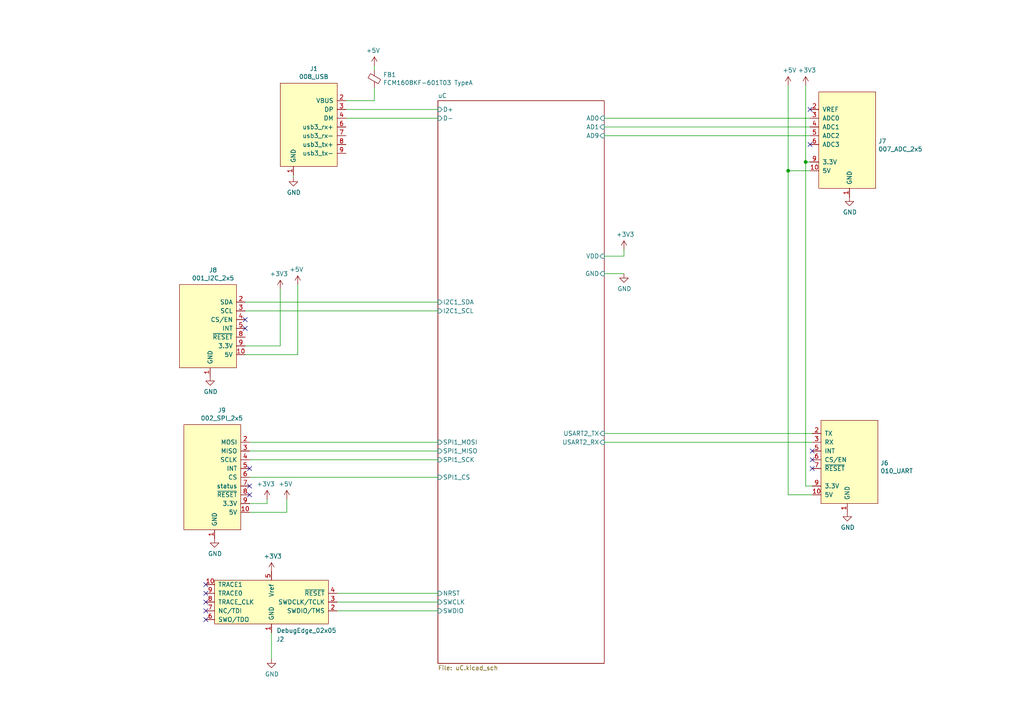
<source format=kicad_sch>
(kicad_sch (version 20211123) (generator eeschema)

  (uuid e615f7aa-337e-474d-9615-2ad82b1c44ca)

  (paper "A4")

  (lib_symbols
    (symbol "Device:Ferrite_Bead_Small" (pin_numbers hide) (pin_names (offset 0)) (in_bom yes) (on_board yes)
      (property "Reference" "FB" (id 0) (at 1.905 1.27 0)
        (effects (font (size 1.27 1.27)) (justify left))
      )
      (property "Value" "Device_Ferrite_Bead_Small" (id 1) (at 1.905 -1.27 0)
        (effects (font (size 1.27 1.27)) (justify left))
      )
      (property "Footprint" "" (id 2) (at -1.778 0 90)
        (effects (font (size 1.27 1.27)) hide)
      )
      (property "Datasheet" "" (id 3) (at 0 0 0)
        (effects (font (size 1.27 1.27)) hide)
      )
      (property "ki_fp_filters" "Inductor_* L_* *Ferrite*" (id 4) (at 0 0 0)
        (effects (font (size 1.27 1.27)) hide)
      )
      (symbol "Ferrite_Bead_Small_0_1"
        (polyline
          (pts
            (xy 0 -1.27)
            (xy 0 -0.7874)
          )
          (stroke (width 0) (type default) (color 0 0 0 0))
          (fill (type none))
        )
        (polyline
          (pts
            (xy 0 0.889)
            (xy 0 1.2954)
          )
          (stroke (width 0) (type default) (color 0 0 0 0))
          (fill (type none))
        )
        (polyline
          (pts
            (xy -1.8288 0.2794)
            (xy -1.1176 1.4986)
            (xy 1.8288 -0.2032)
            (xy 1.1176 -1.4224)
            (xy -1.8288 0.2794)
          )
          (stroke (width 0) (type default) (color 0 0 0 0))
          (fill (type none))
        )
      )
      (symbol "Ferrite_Bead_Small_1_1"
        (pin passive line (at 0 2.54 270) (length 1.27)
          (name "~" (effects (font (size 1.27 1.27))))
          (number "1" (effects (font (size 1.27 1.27))))
        )
        (pin passive line (at 0 -2.54 90) (length 1.27)
          (name "~" (effects (font (size 1.27 1.27))))
          (number "2" (effects (font (size 1.27 1.27))))
        )
      )
    )
    (symbol "board-rescue:DebugEdge_02x05-Auto-Intern" (pin_names (offset 1.016)) (in_bom yes) (on_board yes)
      (property "Reference" "J" (id 0) (at -10.16 7.62 0)
        (effects (font (size 1.27 1.27)))
      )
      (property "Value" "board-rescue_DebugEdge_02x05-Auto-Intern" (id 1) (at 11.43 7.62 0)
        (effects (font (size 1.27 1.27)))
      )
      (property "Footprint" "" (id 2) (at 0 10.16 0)
        (effects (font (size 1.27 1.27)) hide)
      )
      (property "Datasheet" "" (id 3) (at 0 10.16 0)
        (effects (font (size 1.27 1.27)) hide)
      )
      (symbol "DebugEdge_02x05-Auto-Intern_0_1"
        (rectangle (start -16.51 6.35) (end 16.51 -6.35)
          (stroke (width 0) (type default) (color 0 0 0 0))
          (fill (type background))
        )
      )
      (symbol "DebugEdge_02x05-Auto-Intern_1_1"
        (pin power_in line (at 0 8.89 270) (length 2.54)
          (name "GND" (effects (font (size 1.27 1.27))))
          (number "1" (effects (font (size 1.27 1.27))))
        )
        (pin bidirectional line (at 19.05 -5.08 180) (length 2.54)
          (name "TRACE1" (effects (font (size 1.27 1.27))))
          (number "10" (effects (font (size 1.27 1.27))))
        )
        (pin bidirectional line (at -19.05 2.54 0) (length 2.54)
          (name "SWDIO/TMS" (effects (font (size 1.27 1.27))))
          (number "2" (effects (font (size 1.27 1.27))))
        )
        (pin bidirectional line (at -19.05 0 0) (length 2.54)
          (name "SWDCLK/TCLK" (effects (font (size 1.27 1.27))))
          (number "3" (effects (font (size 1.27 1.27))))
        )
        (pin bidirectional line (at -19.05 -2.54 0) (length 2.54)
          (name "~{RESET}" (effects (font (size 1.27 1.27))))
          (number "4" (effects (font (size 1.27 1.27))))
        )
        (pin power_in line (at 0 -8.89 90) (length 2.54)
          (name "Vref" (effects (font (size 1.27 1.27))))
          (number "5" (effects (font (size 1.27 1.27))))
        )
        (pin bidirectional line (at 19.05 5.08 180) (length 2.54)
          (name "SWO/TDO" (effects (font (size 1.27 1.27))))
          (number "6" (effects (font (size 1.27 1.27))))
        )
        (pin bidirectional line (at 19.05 2.54 180) (length 2.54)
          (name "NC/TDI" (effects (font (size 1.27 1.27))))
          (number "7" (effects (font (size 1.27 1.27))))
        )
        (pin bidirectional line (at 19.05 0 180) (length 2.54)
          (name "TRACE_CLK" (effects (font (size 1.27 1.27))))
          (number "8" (effects (font (size 1.27 1.27))))
        )
        (pin bidirectional line (at 19.05 -2.54 180) (length 2.54)
          (name "TRACE0" (effects (font (size 1.27 1.27))))
          (number "9" (effects (font (size 1.27 1.27))))
        )
      )
    )
    (symbol "power:+3.3V" (power) (pin_names (offset 0)) (in_bom yes) (on_board yes)
      (property "Reference" "#PWR" (id 0) (at 0 -3.81 0)
        (effects (font (size 1.27 1.27)) hide)
      )
      (property "Value" "+3.3V" (id 1) (at 0 3.556 0)
        (effects (font (size 1.27 1.27)))
      )
      (property "Footprint" "" (id 2) (at 0 0 0)
        (effects (font (size 1.27 1.27)) hide)
      )
      (property "Datasheet" "" (id 3) (at 0 0 0)
        (effects (font (size 1.27 1.27)) hide)
      )
      (property "ki_keywords" "power-flag" (id 4) (at 0 0 0)
        (effects (font (size 1.27 1.27)) hide)
      )
      (property "ki_description" "Power symbol creates a global label with name \"+3.3V\"" (id 5) (at 0 0 0)
        (effects (font (size 1.27 1.27)) hide)
      )
      (symbol "+3.3V_0_1"
        (polyline
          (pts
            (xy -0.762 1.27)
            (xy 0 2.54)
          )
          (stroke (width 0) (type default) (color 0 0 0 0))
          (fill (type none))
        )
        (polyline
          (pts
            (xy 0 0)
            (xy 0 2.54)
          )
          (stroke (width 0) (type default) (color 0 0 0 0))
          (fill (type none))
        )
        (polyline
          (pts
            (xy 0 2.54)
            (xy 0.762 1.27)
          )
          (stroke (width 0) (type default) (color 0 0 0 0))
          (fill (type none))
        )
      )
      (symbol "+3.3V_1_1"
        (pin power_in line (at 0 0 90) (length 0) hide
          (name "+3V3" (effects (font (size 1.27 1.27))))
          (number "1" (effects (font (size 1.27 1.27))))
        )
      )
    )
    (symbol "power:+5V" (power) (pin_names (offset 0)) (in_bom yes) (on_board yes)
      (property "Reference" "#PWR" (id 0) (at 0 -3.81 0)
        (effects (font (size 1.27 1.27)) hide)
      )
      (property "Value" "+5V" (id 1) (at 0 3.556 0)
        (effects (font (size 1.27 1.27)))
      )
      (property "Footprint" "" (id 2) (at 0 0 0)
        (effects (font (size 1.27 1.27)) hide)
      )
      (property "Datasheet" "" (id 3) (at 0 0 0)
        (effects (font (size 1.27 1.27)) hide)
      )
      (property "ki_keywords" "power-flag" (id 4) (at 0 0 0)
        (effects (font (size 1.27 1.27)) hide)
      )
      (property "ki_description" "Power symbol creates a global label with name \"+5V\"" (id 5) (at 0 0 0)
        (effects (font (size 1.27 1.27)) hide)
      )
      (symbol "+5V_0_1"
        (polyline
          (pts
            (xy -0.762 1.27)
            (xy 0 2.54)
          )
          (stroke (width 0) (type default) (color 0 0 0 0))
          (fill (type none))
        )
        (polyline
          (pts
            (xy 0 0)
            (xy 0 2.54)
          )
          (stroke (width 0) (type default) (color 0 0 0 0))
          (fill (type none))
        )
        (polyline
          (pts
            (xy 0 2.54)
            (xy 0.762 1.27)
          )
          (stroke (width 0) (type default) (color 0 0 0 0))
          (fill (type none))
        )
      )
      (symbol "+5V_1_1"
        (pin power_in line (at 0 0 90) (length 0) hide
          (name "+5V" (effects (font (size 1.27 1.27))))
          (number "1" (effects (font (size 1.27 1.27))))
        )
      )
    )
    (symbol "power:GND" (power) (pin_names (offset 0)) (in_bom yes) (on_board yes)
      (property "Reference" "#PWR" (id 0) (at 0 -6.35 0)
        (effects (font (size 1.27 1.27)) hide)
      )
      (property "Value" "GND" (id 1) (at 0 -3.81 0)
        (effects (font (size 1.27 1.27)))
      )
      (property "Footprint" "" (id 2) (at 0 0 0)
        (effects (font (size 1.27 1.27)) hide)
      )
      (property "Datasheet" "" (id 3) (at 0 0 0)
        (effects (font (size 1.27 1.27)) hide)
      )
      (property "ki_keywords" "power-flag" (id 4) (at 0 0 0)
        (effects (font (size 1.27 1.27)) hide)
      )
      (property "ki_description" "Power symbol creates a global label with name \"GND\" , ground" (id 5) (at 0 0 0)
        (effects (font (size 1.27 1.27)) hide)
      )
      (symbol "GND_0_1"
        (polyline
          (pts
            (xy 0 0)
            (xy 0 -1.27)
            (xy 1.27 -1.27)
            (xy 0 -2.54)
            (xy -1.27 -1.27)
            (xy 0 -1.27)
          )
          (stroke (width 0) (type default) (color 0 0 0 0))
          (fill (type none))
        )
      )
      (symbol "GND_1_1"
        (pin power_in line (at 0 0 270) (length 0) hide
          (name "GND" (effects (font (size 1.27 1.27))))
          (number "1" (effects (font (size 1.27 1.27))))
        )
      )
    )
    (symbol "put_on_edge:001_I2C" (pin_names (offset 1.016)) (in_bom yes) (on_board yes)
      (property "Reference" "J" (id 0) (at -2.54 13.97 0)
        (effects (font (size 1.27 1.27)))
      )
      (property "Value" "001_I2C" (id 1) (at 8.89 13.97 0)
        (effects (font (size 1.27 1.27)))
      )
      (property "Footprint" "" (id 2) (at 7.62 16.51 0)
        (effects (font (size 1.27 1.27)) hide)
      )
      (property "Datasheet" "" (id 3) (at 7.62 16.51 0)
        (effects (font (size 1.27 1.27)) hide)
      )
      (symbol "001_I2C_0_1"
        (rectangle (start -8.89 12.7) (end 7.62 -11.43)
          (stroke (width 0) (type default) (color 0 0 0 0))
          (fill (type background))
        )
      )
      (symbol "001_I2C_1_1"
        (pin power_in line (at -1.27 -13.97 90) (length 2.54)
          (name "GND" (effects (font (size 1.27 1.27))))
          (number "1" (effects (font (size 1.27 1.27))))
        )
        (pin power_in line (at -11.43 -7.62 0) (length 2.54)
          (name "5V" (effects (font (size 1.27 1.27))))
          (number "10" (effects (font (size 1.27 1.27))))
        )
        (pin bidirectional line (at -11.43 7.62 0) (length 2.54)
          (name "SDA" (effects (font (size 1.27 1.27))))
          (number "2" (effects (font (size 1.27 1.27))))
        )
        (pin bidirectional line (at -11.43 5.08 0) (length 2.54)
          (name "SCL" (effects (font (size 1.27 1.27))))
          (number "3" (effects (font (size 1.27 1.27))))
        )
        (pin bidirectional line (at -11.43 2.54 0) (length 2.54)
          (name "CS/EN" (effects (font (size 1.27 1.27))))
          (number "4" (effects (font (size 1.27 1.27))))
        )
        (pin bidirectional line (at -11.43 0 0) (length 2.54)
          (name "INT" (effects (font (size 1.27 1.27))))
          (number "5" (effects (font (size 1.27 1.27))))
        )
        (pin bidirectional line (at -11.43 -2.54 0) (length 2.54)
          (name "~{RESET}" (effects (font (size 1.27 1.27))))
          (number "8" (effects (font (size 1.27 1.27))))
        )
        (pin power_in line (at -11.43 -5.08 0) (length 2.54)
          (name "3.3V" (effects (font (size 1.27 1.27))))
          (number "9" (effects (font (size 1.27 1.27))))
        )
      )
    )
    (symbol "put_on_edge:002_SPI" (pin_names (offset 1.016)) (in_bom yes) (on_board yes)
      (property "Reference" "J" (id 0) (at -1.27 13.97 0)
        (effects (font (size 1.27 1.27)))
      )
      (property "Value" "002_SPI" (id 1) (at 10.16 13.97 0)
        (effects (font (size 1.27 1.27)))
      )
      (property "Footprint" "" (id 2) (at 8.89 16.51 0)
        (effects (font (size 1.27 1.27)) hide)
      )
      (property "Datasheet" "" (id 3) (at 8.89 16.51 0)
        (effects (font (size 1.27 1.27)) hide)
      )
      (symbol "002_SPI_0_1"
        (rectangle (start -7.62 12.7) (end 8.89 -17.78)
          (stroke (width 0) (type default) (color 0 0 0 0))
          (fill (type background))
        )
      )
      (symbol "002_SPI_1_1"
        (pin power_in line (at 0 -20.32 90) (length 2.54)
          (name "GND" (effects (font (size 1.27 1.27))))
          (number "1" (effects (font (size 1.27 1.27))))
        )
        (pin power_in line (at -10.16 -12.7 0) (length 2.54)
          (name "5V" (effects (font (size 1.27 1.27))))
          (number "10" (effects (font (size 1.27 1.27))))
        )
        (pin bidirectional line (at -10.16 7.62 0) (length 2.54)
          (name "MOSI" (effects (font (size 1.27 1.27))))
          (number "2" (effects (font (size 1.27 1.27))))
        )
        (pin bidirectional line (at -10.16 5.08 0) (length 2.54)
          (name "MISO" (effects (font (size 1.27 1.27))))
          (number "3" (effects (font (size 1.27 1.27))))
        )
        (pin bidirectional line (at -10.16 2.54 0) (length 2.54)
          (name "SCLK" (effects (font (size 1.27 1.27))))
          (number "4" (effects (font (size 1.27 1.27))))
        )
        (pin bidirectional line (at -10.16 0 0) (length 2.54)
          (name "INT" (effects (font (size 1.27 1.27))))
          (number "5" (effects (font (size 1.27 1.27))))
        )
        (pin bidirectional line (at -10.16 -2.54 0) (length 2.54)
          (name "CS" (effects (font (size 1.27 1.27))))
          (number "6" (effects (font (size 1.27 1.27))))
        )
        (pin bidirectional line (at -10.16 -5.08 0) (length 2.54)
          (name "status" (effects (font (size 1.27 1.27))))
          (number "7" (effects (font (size 1.27 1.27))))
        )
        (pin bidirectional line (at -10.16 -7.62 0) (length 2.54)
          (name "~{RESET}" (effects (font (size 1.27 1.27))))
          (number "8" (effects (font (size 1.27 1.27))))
        )
        (pin power_in line (at -10.16 -10.16 0) (length 2.54)
          (name "3.3V" (effects (font (size 1.27 1.27))))
          (number "9" (effects (font (size 1.27 1.27))))
        )
      )
    )
    (symbol "put_on_edge:007_ADC" (pin_names (offset 1.016)) (in_bom yes) (on_board yes)
      (property "Reference" "J" (id 0) (at -2.54 13.97 0)
        (effects (font (size 1.27 1.27)))
      )
      (property "Value" "007_ADC" (id 1) (at 8.89 13.97 0)
        (effects (font (size 1.27 1.27)))
      )
      (property "Footprint" "" (id 2) (at 7.62 16.51 0)
        (effects (font (size 1.27 1.27)) hide)
      )
      (property "Datasheet" "" (id 3) (at 7.62 16.51 0)
        (effects (font (size 1.27 1.27)) hide)
      )
      (symbol "007_ADC_0_1"
        (rectangle (start -8.89 12.7) (end 7.62 -15.24)
          (stroke (width 0) (type default) (color 0 0 0 0))
          (fill (type background))
        )
      )
      (symbol "007_ADC_1_1"
        (pin power_in line (at 0 -17.78 90) (length 2.54)
          (name "GND" (effects (font (size 1.27 1.27))))
          (number "1" (effects (font (size 1.27 1.27))))
        )
        (pin bidirectional line (at -11.43 -10.16 0) (length 2.54)
          (name "5V" (effects (font (size 1.27 1.27))))
          (number "10" (effects (font (size 1.27 1.27))))
        )
        (pin bidirectional line (at -11.43 7.62 0) (length 2.54)
          (name "VREF" (effects (font (size 1.27 1.27))))
          (number "2" (effects (font (size 1.27 1.27))))
        )
        (pin power_in line (at -11.43 5.08 0) (length 2.54)
          (name "ADC0" (effects (font (size 1.27 1.27))))
          (number "3" (effects (font (size 1.27 1.27))))
        )
        (pin bidirectional line (at -11.43 2.54 0) (length 2.54)
          (name "ADC1" (effects (font (size 1.27 1.27))))
          (number "4" (effects (font (size 1.27 1.27))))
        )
        (pin bidirectional line (at -11.43 0 0) (length 2.54)
          (name "ADC2" (effects (font (size 1.27 1.27))))
          (number "5" (effects (font (size 1.27 1.27))))
        )
        (pin bidirectional line (at -11.43 -2.54 0) (length 2.54)
          (name "ADC3" (effects (font (size 1.27 1.27))))
          (number "6" (effects (font (size 1.27 1.27))))
        )
        (pin bidirectional line (at -11.43 -7.62 0) (length 2.54)
          (name "3.3V" (effects (font (size 1.27 1.27))))
          (number "9" (effects (font (size 1.27 1.27))))
        )
      )
    )
    (symbol "put_on_edge:008_USB" (pin_names (offset 1.016)) (in_bom yes) (on_board yes)
      (property "Reference" "J" (id 0) (at -2.54 13.97 0)
        (effects (font (size 1.27 1.27)))
      )
      (property "Value" "008_USB" (id 1) (at 8.89 13.97 0)
        (effects (font (size 1.27 1.27)))
      )
      (property "Footprint" "" (id 2) (at 7.62 16.51 0)
        (effects (font (size 1.27 1.27)) hide)
      )
      (property "Datasheet" "" (id 3) (at 7.62 16.51 0)
        (effects (font (size 1.27 1.27)) hide)
      )
      (symbol "008_USB_0_1"
        (rectangle (start -8.89 12.7) (end 7.62 -11.43)
          (stroke (width 0) (type default) (color 0 0 0 0))
          (fill (type background))
        )
      )
      (symbol "008_USB_1_1"
        (pin power_in line (at 3.81 -13.97 90) (length 2.54)
          (name "GND" (effects (font (size 1.27 1.27))))
          (number "1" (effects (font (size 1.27 1.27))))
        )
        (pin power_in line (at -11.43 7.62 0) (length 2.54)
          (name "VBUS" (effects (font (size 1.27 1.27))))
          (number "2" (effects (font (size 1.27 1.27))))
        )
        (pin bidirectional line (at -11.43 5.08 0) (length 2.54)
          (name "DP" (effects (font (size 1.27 1.27))))
          (number "3" (effects (font (size 1.27 1.27))))
        )
        (pin bidirectional line (at -11.43 2.54 0) (length 2.54)
          (name "DM" (effects (font (size 1.27 1.27))))
          (number "4" (effects (font (size 1.27 1.27))))
        )
        (pin input line (at -11.43 0 0) (length 2.54)
          (name "usb3_rx+" (effects (font (size 1.27 1.27))))
          (number "6" (effects (font (size 1.27 1.27))))
        )
        (pin input line (at -11.43 -2.54 0) (length 2.54)
          (name "usb3_rx-" (effects (font (size 1.27 1.27))))
          (number "7" (effects (font (size 1.27 1.27))))
        )
        (pin input line (at -11.43 -5.08 0) (length 2.54)
          (name "usb3_tx+" (effects (font (size 1.27 1.27))))
          (number "8" (effects (font (size 1.27 1.27))))
        )
        (pin input line (at -11.43 -7.62 0) (length 2.54)
          (name "usb3_tx-" (effects (font (size 1.27 1.27))))
          (number "9" (effects (font (size 1.27 1.27))))
        )
      )
    )
    (symbol "put_on_edge:010_UART" (pin_names (offset 1.016)) (in_bom yes) (on_board yes)
      (property "Reference" "J" (id 0) (at -2.54 13.97 0)
        (effects (font (size 1.27 1.27)))
      )
      (property "Value" "010_UART" (id 1) (at 8.89 13.97 0)
        (effects (font (size 1.27 1.27)))
      )
      (property "Footprint" "" (id 2) (at 7.62 16.51 0)
        (effects (font (size 1.27 1.27)) hide)
      )
      (property "Datasheet" "" (id 3) (at 7.62 16.51 0)
        (effects (font (size 1.27 1.27)) hide)
      )
      (symbol "010_UART_0_1"
        (rectangle (start -8.89 12.7) (end 7.62 -11.43)
          (stroke (width 0) (type default) (color 0 0 0 0))
          (fill (type background))
        )
      )
      (symbol "010_UART_1_1"
        (pin power_in line (at -1.27 -13.97 90) (length 2.54)
          (name "GND" (effects (font (size 1.27 1.27))))
          (number "1" (effects (font (size 1.27 1.27))))
        )
        (pin power_in line (at -11.43 -8.89 0) (length 2.54)
          (name "5V" (effects (font (size 1.27 1.27))))
          (number "10" (effects (font (size 1.27 1.27))))
        )
        (pin bidirectional line (at -11.43 8.89 0) (length 2.54)
          (name "TX" (effects (font (size 1.27 1.27))))
          (number "2" (effects (font (size 1.27 1.27))))
        )
        (pin bidirectional line (at -11.43 6.35 0) (length 2.54)
          (name "RX" (effects (font (size 1.27 1.27))))
          (number "3" (effects (font (size 1.27 1.27))))
        )
        (pin bidirectional line (at -11.43 3.81 0) (length 2.54)
          (name "INT" (effects (font (size 1.27 1.27))))
          (number "5" (effects (font (size 1.27 1.27))))
        )
        (pin bidirectional line (at -11.43 1.27 0) (length 2.54)
          (name "CS/EN" (effects (font (size 1.27 1.27))))
          (number "6" (effects (font (size 1.27 1.27))))
        )
        (pin bidirectional line (at -11.43 -1.27 0) (length 2.54)
          (name "~{RESET}" (effects (font (size 1.27 1.27))))
          (number "7" (effects (font (size 1.27 1.27))))
        )
        (pin power_in line (at -11.43 -6.35 0) (length 2.54)
          (name "3.3V" (effects (font (size 1.27 1.27))))
          (number "9" (effects (font (size 1.27 1.27))))
        )
      )
    )
  )

  (junction (at 228.6 49.53) (diameter 0) (color 0 0 0 0)
    (uuid 57c0c267-8bf9-4cc7-b734-d71a239ac313)
  )
  (junction (at 233.68 46.99) (diameter 0) (color 0 0 0 0)
    (uuid 9cb12cc8-7f1a-4a01-9256-c119f11a8a02)
  )

  (no_connect (at 59.69 177.165) (uuid 0351df45-d042-41d4-ba35-88092c7be2fc))
  (no_connect (at 234.95 41.91) (uuid 101ef598-601d-400e-9ef6-d655fbb1dbfa))
  (no_connect (at 59.69 179.705) (uuid 240e5dac-6242-47a5-bbef-f76d11c715c0))
  (no_connect (at 235.585 133.35) (uuid 275aa44a-b61f-489f-9e2a-819a0fe0d1eb))
  (no_connect (at 235.585 130.81) (uuid 5ca4be1c-537e-4a4a-b344-d0c8ffde8546))
  (no_connect (at 71.12 92.71) (uuid 60dcd1fe-7079-4cb8-b509-04558ccf5097))
  (no_connect (at 72.39 140.97) (uuid 6475547d-3216-45a4-a15c-48314f1dd0f9))
  (no_connect (at 59.69 169.545) (uuid 676efd2f-1c48-4786-9e4b-2444f1e8f6ff))
  (no_connect (at 235.585 135.89) (uuid 6c67e4f6-9d04-4539-b356-b76e915ce848))
  (no_connect (at 72.39 135.89) (uuid 75ffc65c-7132-4411-9f2a-ae0c73d79338))
  (no_connect (at 72.39 143.51) (uuid 8c6a821f-8e19-48f3-8f44-9b340f7689bc))
  (no_connect (at 59.69 172.085) (uuid 8d9a3ecc-539f-41da-8099-d37cea9c28e7))
  (no_connect (at 71.12 95.25) (uuid c5eb1e4c-ce83-470e-8f32-e20ff1f886a3))
  (no_connect (at 234.95 31.75) (uuid c8029a4c-945d-42ca-871a-dd73ff50a1a3))
  (no_connect (at 59.69 174.625) (uuid e472dac4-5b65-4920-b8b2-6065d140a69d))

  (wire (pts (xy 71.12 87.63) (xy 127 87.63))
    (stroke (width 0) (type default) (color 0 0 0 0))
    (uuid 0217dfc4-fc13-4699-99ad-d9948522648e)
  )
  (wire (pts (xy 180.975 74.295) (xy 180.975 72.39))
    (stroke (width 0) (type default) (color 0 0 0 0))
    (uuid 097edb1b-8998-4e70-b670-bba125982348)
  )
  (wire (pts (xy 234.95 34.29) (xy 175.26 34.29))
    (stroke (width 0) (type default) (color 0 0 0 0))
    (uuid 16a9ae8c-3ad2-439b-8efe-377c994670c7)
  )
  (wire (pts (xy 72.39 138.43) (xy 127 138.43))
    (stroke (width 0) (type default) (color 0 0 0 0))
    (uuid 1a6d2848-e78e-49fe-8978-e1890f07836f)
  )
  (wire (pts (xy 180.975 79.375) (xy 175.26 79.375))
    (stroke (width 0) (type default) (color 0 0 0 0))
    (uuid 37e8181c-a81e-498b-b2e2-0aef0c391059)
  )
  (wire (pts (xy 71.12 100.33) (xy 81.28 100.33))
    (stroke (width 0) (type default) (color 0 0 0 0))
    (uuid 3ac8c3b5-87b5-4190-bb5a-84a28628f0bc)
  )
  (wire (pts (xy 83.185 148.59) (xy 83.185 144.78))
    (stroke (width 0) (type default) (color 0 0 0 0))
    (uuid 40976bf0-19de-460f-ad64-224d4f51e16b)
  )
  (wire (pts (xy 72.39 130.81) (xy 127 130.81))
    (stroke (width 0) (type default) (color 0 0 0 0))
    (uuid 45008225-f50f-4d6b-b508-6730a9408caf)
  )
  (wire (pts (xy 175.26 74.295) (xy 180.975 74.295))
    (stroke (width 0) (type default) (color 0 0 0 0))
    (uuid 477311b9-8f81-40c8-9c55-fd87e287247a)
  )
  (wire (pts (xy 86.36 82.55) (xy 86.36 102.87))
    (stroke (width 0) (type default) (color 0 0 0 0))
    (uuid 4a21e717-d46d-4d9e-8b98-af4ecb02d3ec)
  )
  (wire (pts (xy 100.33 34.29) (xy 127 34.29))
    (stroke (width 0) (type default) (color 0 0 0 0))
    (uuid 4fb02e58-160a-4a39-9f22-d0c75e82ee72)
  )
  (wire (pts (xy 228.6 24.765) (xy 228.6 49.53))
    (stroke (width 0) (type default) (color 0 0 0 0))
    (uuid 6595b9c7-02ee-4647-bde5-6b566e35163e)
  )
  (wire (pts (xy 97.79 177.165) (xy 127 177.165))
    (stroke (width 0) (type default) (color 0 0 0 0))
    (uuid 66043bca-a260-4915-9fce-8a51d324c687)
  )
  (wire (pts (xy 228.6 49.53) (xy 228.6 143.51))
    (stroke (width 0) (type default) (color 0 0 0 0))
    (uuid 6781326c-6e0d-4753-8f28-0f5c687e01f9)
  )
  (wire (pts (xy 108.585 20.32) (xy 108.585 19.05))
    (stroke (width 0) (type default) (color 0 0 0 0))
    (uuid 70e15522-1572-4451-9c0d-6d36ac70d8c6)
  )
  (wire (pts (xy 78.74 191.135) (xy 78.74 183.515))
    (stroke (width 0) (type default) (color 0 0 0 0))
    (uuid 716e31c5-485f-40b5-88e3-a75900da9811)
  )
  (wire (pts (xy 108.585 29.21) (xy 100.33 29.21))
    (stroke (width 0) (type default) (color 0 0 0 0))
    (uuid 7599133e-c681-4202-85d9-c20dac196c64)
  )
  (wire (pts (xy 234.95 36.83) (xy 175.26 36.83))
    (stroke (width 0) (type default) (color 0 0 0 0))
    (uuid 770ad51a-7219-4633-b24a-bd20feb0a6c5)
  )
  (wire (pts (xy 233.68 140.97) (xy 235.585 140.97))
    (stroke (width 0) (type default) (color 0 0 0 0))
    (uuid 7cee474b-af8f-4832-b07a-c43c1ab0b464)
  )
  (wire (pts (xy 233.68 46.99) (xy 234.95 46.99))
    (stroke (width 0) (type default) (color 0 0 0 0))
    (uuid 7d928d56-093a-4ca8-aed1-414b7e703b45)
  )
  (wire (pts (xy 97.79 174.625) (xy 127 174.625))
    (stroke (width 0) (type default) (color 0 0 0 0))
    (uuid 852dabbf-de45-4470-8176-59d37a754407)
  )
  (wire (pts (xy 235.585 143.51) (xy 228.6 143.51))
    (stroke (width 0) (type default) (color 0 0 0 0))
    (uuid 853ee787-6e2c-4f32-bc75-6c17337dd3d5)
  )
  (wire (pts (xy 72.39 128.27) (xy 127 128.27))
    (stroke (width 0) (type default) (color 0 0 0 0))
    (uuid 85b7594c-358f-454b-b2ad-dd0b1d67ed76)
  )
  (wire (pts (xy 233.68 24.765) (xy 233.68 46.99))
    (stroke (width 0) (type default) (color 0 0 0 0))
    (uuid 8a650ebf-3f78-4ca4-a26b-a5028693e36d)
  )
  (wire (pts (xy 72.39 148.59) (xy 83.185 148.59))
    (stroke (width 0) (type default) (color 0 0 0 0))
    (uuid 8c514922-ffe1-4e37-a260-e807409f2e0d)
  )
  (wire (pts (xy 72.39 133.35) (xy 127 133.35))
    (stroke (width 0) (type default) (color 0 0 0 0))
    (uuid a544eb0a-75db-4baf-bf54-9ca21744343b)
  )
  (wire (pts (xy 85.09 51.435) (xy 85.09 50.8))
    (stroke (width 0) (type default) (color 0 0 0 0))
    (uuid aa2ea573-3f20-43c1-aa99-1f9c6031a9aa)
  )
  (wire (pts (xy 235.585 128.27) (xy 175.26 128.27))
    (stroke (width 0) (type default) (color 0 0 0 0))
    (uuid b447dbb1-d38e-4a15-93cb-12c25382ea53)
  )
  (wire (pts (xy 97.79 172.085) (xy 127 172.085))
    (stroke (width 0) (type default) (color 0 0 0 0))
    (uuid b5352a33-563a-4ffe-a231-2e68fb54afa3)
  )
  (wire (pts (xy 234.95 39.37) (xy 175.26 39.37))
    (stroke (width 0) (type default) (color 0 0 0 0))
    (uuid b7199d9b-bebb-4100-9ad3-c2bd31e21d65)
  )
  (wire (pts (xy 71.12 90.17) (xy 127 90.17))
    (stroke (width 0) (type default) (color 0 0 0 0))
    (uuid c0eca5ed-bc5e-4618-9bcd-80945bea41ed)
  )
  (wire (pts (xy 77.47 146.05) (xy 72.39 146.05))
    (stroke (width 0) (type default) (color 0 0 0 0))
    (uuid c25a772d-af9c-4ebc-96f6-0966738c13a8)
  )
  (wire (pts (xy 233.68 46.99) (xy 233.68 140.97))
    (stroke (width 0) (type default) (color 0 0 0 0))
    (uuid c701ee8e-1214-4781-a973-17bef7b6e3eb)
  )
  (wire (pts (xy 175.26 125.73) (xy 235.585 125.73))
    (stroke (width 0) (type default) (color 0 0 0 0))
    (uuid cfa5c16e-7859-460d-a0b8-cea7d7ea629c)
  )
  (wire (pts (xy 81.28 83.82) (xy 81.28 100.33))
    (stroke (width 0) (type default) (color 0 0 0 0))
    (uuid d2723262-93f8-47a6-b73d-0025e1a06ab8)
  )
  (wire (pts (xy 77.47 144.78) (xy 77.47 146.05))
    (stroke (width 0) (type default) (color 0 0 0 0))
    (uuid d5641ac9-9be7-46bf-90b3-6c83d852b5ba)
  )
  (wire (pts (xy 108.585 25.4) (xy 108.585 29.21))
    (stroke (width 0) (type default) (color 0 0 0 0))
    (uuid dde51ae5-b215-445e-92bb-4a12ec410531)
  )
  (wire (pts (xy 71.12 102.87) (xy 86.36 102.87))
    (stroke (width 0) (type default) (color 0 0 0 0))
    (uuid ec31c074-17b2-48e1-ab01-071acad3fa04)
  )
  (wire (pts (xy 100.33 31.75) (xy 127 31.75))
    (stroke (width 0) (type default) (color 0 0 0 0))
    (uuid ef8fe2ac-6a7f-4682-9418-b801a1b10a3b)
  )
  (wire (pts (xy 228.6 49.53) (xy 234.95 49.53))
    (stroke (width 0) (type default) (color 0 0 0 0))
    (uuid f3628265-0155-43e2-a467-c40ff783e265)
  )

  (symbol (lib_id "board-rescue:DebugEdge_02x05-Auto-Intern") (at 78.74 174.625 180) (unit 1)
    (in_bom yes) (on_board yes)
    (uuid 00000000-0000-0000-0000-0000603eaafd)
    (property "Reference" "J2" (id 0) (at 81.28 185.42 0))
    (property "Value" "DebugEdge_02x05" (id 1) (at 88.9 182.88 0))
    (property "Footprint" "on_edge:on_edge_2x05_device" (id 2) (at 78.74 184.785 0)
      (effects (font (size 1.27 1.27)) hide)
    )
    (property "Datasheet" "" (id 3) (at 78.74 184.785 0)
      (effects (font (size 1.27 1.27)) hide)
    )
    (pin "1" (uuid c5cc01fe-ec19-46db-ab1f-02630918a298))
    (pin "10" (uuid 34bf5a03-48a7-4f97-85a0-b66fc049b9e2))
    (pin "2" (uuid 048c3bc1-c7fd-42bb-a73f-312be6c06df5))
    (pin "3" (uuid 49caa5d6-5b56-48cf-aebd-54455505750f))
    (pin "4" (uuid 5c169a48-f592-4b0d-9ab2-c216163a24c9))
    (pin "5" (uuid 9c3f1f93-d5c8-482a-9a86-683e617451bc))
    (pin "6" (uuid afe116e0-e392-472b-a812-f2ef7fbba3ff))
    (pin "7" (uuid 649b71b3-d85a-45ac-abe5-38964a332c81))
    (pin "8" (uuid 4b80ba95-6cca-4ef7-ac8c-368c7ce8dec4))
    (pin "9" (uuid 018d3773-08a2-4e22-a0e9-a372e4f00942))
  )

  (symbol (lib_id "put_on_edge:007_ADC") (at 246.38 39.37 0) (unit 1)
    (in_bom yes) (on_board yes)
    (uuid 00000000-0000-0000-0000-00006041d870)
    (property "Reference" "J7" (id 0) (at 254.7112 40.9448 0)
      (effects (font (size 1.27 1.27)) (justify left))
    )
    (property "Value" "007_ADC_2x5" (id 1) (at 254.7112 43.2562 0)
      (effects (font (size 1.27 1.27)) (justify left))
    )
    (property "Footprint" "on_edge:on_edge_2x05_host" (id 2) (at 254 22.86 0)
      (effects (font (size 1.27 1.27)) hide)
    )
    (property "Datasheet" "" (id 3) (at 254 22.86 0)
      (effects (font (size 1.27 1.27)) hide)
    )
    (pin "1" (uuid a37ef19f-0411-41b6-86b7-15e5f553168b))
    (pin "10" (uuid 2739b5e3-8542-4431-aaf2-d38494e9de82))
    (pin "2" (uuid 27f8d00b-c32e-4551-9da5-a643fdb39ced))
    (pin "3" (uuid b5d768e7-be8b-46a8-881f-665a4a8fc76f))
    (pin "4" (uuid d8755352-d24b-415d-a2d4-08dbd69ad213))
    (pin "5" (uuid 61e77087-f9e0-43a3-86b4-ab13e62c2408))
    (pin "6" (uuid 360d4fff-6f4d-4a93-889b-6928f95144f1))
    (pin "9" (uuid 02b3e256-3e9e-4a9d-913d-fe2e26b8a779))
  )

  (symbol (lib_id "power:GND") (at 246.38 57.15 0) (unit 1)
    (in_bom yes) (on_board yes)
    (uuid 00000000-0000-0000-0000-00006041f990)
    (property "Reference" "#PWR0101" (id 0) (at 246.38 63.5 0)
      (effects (font (size 1.27 1.27)) hide)
    )
    (property "Value" "GND" (id 1) (at 246.507 61.5442 0))
    (property "Footprint" "" (id 2) (at 246.38 57.15 0)
      (effects (font (size 1.27 1.27)) hide)
    )
    (property "Datasheet" "" (id 3) (at 246.38 57.15 0)
      (effects (font (size 1.27 1.27)) hide)
    )
    (pin "1" (uuid 4ba9e55e-16a7-4d09-ba02-77625474432c))
  )

  (symbol (lib_id "power:GND") (at 180.975 79.375 0) (unit 1)
    (in_bom yes) (on_board yes)
    (uuid 00000000-0000-0000-0000-000060420159)
    (property "Reference" "#PWR0102" (id 0) (at 180.975 85.725 0)
      (effects (font (size 1.27 1.27)) hide)
    )
    (property "Value" "GND" (id 1) (at 181.102 83.7692 0))
    (property "Footprint" "" (id 2) (at 180.975 79.375 0)
      (effects (font (size 1.27 1.27)) hide)
    )
    (property "Datasheet" "" (id 3) (at 180.975 79.375 0)
      (effects (font (size 1.27 1.27)) hide)
    )
    (pin "1" (uuid 4fa411d9-11e1-4e2c-9f65-925492880ff1))
  )

  (symbol (lib_id "power:+3.3V") (at 233.68 24.765 0) (unit 1)
    (in_bom yes) (on_board yes)
    (uuid 00000000-0000-0000-0000-00006052ec18)
    (property "Reference" "#PWR0128" (id 0) (at 233.68 28.575 0)
      (effects (font (size 1.27 1.27)) hide)
    )
    (property "Value" "+3.3V" (id 1) (at 234.061 20.3708 0))
    (property "Footprint" "" (id 2) (at 233.68 24.765 0)
      (effects (font (size 1.27 1.27)) hide)
    )
    (property "Datasheet" "" (id 3) (at 233.68 24.765 0)
      (effects (font (size 1.27 1.27)) hide)
    )
    (pin "1" (uuid bc5bcf57-5620-41cf-a8eb-57ff009ce42f))
  )

  (symbol (lib_id "power:GND") (at 78.74 191.135 0) (unit 1)
    (in_bom yes) (on_board yes)
    (uuid 00000000-0000-0000-0000-00006053aeba)
    (property "Reference" "#PWR0129" (id 0) (at 78.74 197.485 0)
      (effects (font (size 1.27 1.27)) hide)
    )
    (property "Value" "GND" (id 1) (at 78.867 195.5292 0))
    (property "Footprint" "" (id 2) (at 78.74 191.135 0)
      (effects (font (size 1.27 1.27)) hide)
    )
    (property "Datasheet" "" (id 3) (at 78.74 191.135 0)
      (effects (font (size 1.27 1.27)) hide)
    )
    (pin "1" (uuid 309057e7-e13b-45a1-b290-1ded827b1828))
  )

  (symbol (lib_id "power:+3.3V") (at 78.74 165.735 0) (unit 1)
    (in_bom yes) (on_board yes)
    (uuid 00000000-0000-0000-0000-00006053d476)
    (property "Reference" "#PWR0130" (id 0) (at 78.74 169.545 0)
      (effects (font (size 1.27 1.27)) hide)
    )
    (property "Value" "+3.3V" (id 1) (at 79.121 161.3408 0))
    (property "Footprint" "" (id 2) (at 78.74 165.735 0)
      (effects (font (size 1.27 1.27)) hide)
    )
    (property "Datasheet" "" (id 3) (at 78.74 165.735 0)
      (effects (font (size 1.27 1.27)) hide)
    )
    (pin "1" (uuid 4bcada71-8ffa-4f9d-94c1-e563c5667c0a))
  )

  (symbol (lib_id "put_on_edge:008_USB") (at 88.9 36.83 0) (mirror y) (unit 1)
    (in_bom yes) (on_board yes)
    (uuid 00000000-0000-0000-0000-000060541296)
    (property "Reference" "J1" (id 0) (at 91.0082 19.939 0))
    (property "Value" "008_USB" (id 1) (at 91.0082 22.2504 0))
    (property "Footprint" "on_edge:on_edge_2x05_device" (id 2) (at 81.28 20.32 0)
      (effects (font (size 1.27 1.27)) hide)
    )
    (property "Datasheet" "" (id 3) (at 81.28 20.32 0)
      (effects (font (size 1.27 1.27)) hide)
    )
    (pin "1" (uuid 4cbf6aa2-57b4-4fbd-94ab-dd3f167a8707))
    (pin "2" (uuid 39686c7d-a18a-4a5b-baf5-e45d1fb676f3))
    (pin "3" (uuid ebaf0f0a-b082-4039-9eb0-5b6637c305e9))
    (pin "4" (uuid 05ae729d-c200-4b66-b07f-04a8b8a31a13))
    (pin "6" (uuid 9e20c934-c0f9-4d6b-9c40-91c9a67b6f71))
    (pin "7" (uuid b8de7246-bd73-41f2-a3ae-ce7fc63f5aad))
    (pin "8" (uuid 04d34d24-10b2-4cd7-8ffe-e97946c6cd6c))
    (pin "9" (uuid e086d8f7-25d4-4cdc-a6fd-3c42ce9c72b3))
  )

  (symbol (lib_id "power:GND") (at 85.09 51.435 0) (unit 1)
    (in_bom yes) (on_board yes)
    (uuid 00000000-0000-0000-0000-000060546fbd)
    (property "Reference" "#PWR0131" (id 0) (at 85.09 57.785 0)
      (effects (font (size 1.27 1.27)) hide)
    )
    (property "Value" "GND" (id 1) (at 85.217 55.8292 0))
    (property "Footprint" "" (id 2) (at 85.09 51.435 0)
      (effects (font (size 1.27 1.27)) hide)
    )
    (property "Datasheet" "" (id 3) (at 85.09 51.435 0)
      (effects (font (size 1.27 1.27)) hide)
    )
    (pin "1" (uuid 5d4d01d0-f77a-4413-a51f-ea8adc8675dc))
  )

  (symbol (lib_id "put_on_edge:001_I2C") (at 59.69 95.25 0) (mirror y) (unit 1)
    (in_bom yes) (on_board yes)
    (uuid 00000000-0000-0000-0000-00006054c92b)
    (property "Reference" "J8" (id 0) (at 61.7982 78.359 0))
    (property "Value" "001_I2C_2x5" (id 1) (at 61.7982 80.6704 0))
    (property "Footprint" "on_edge:on_edge_2x05_host" (id 2) (at 52.07 78.74 0)
      (effects (font (size 1.27 1.27)) hide)
    )
    (property "Datasheet" "" (id 3) (at 52.07 78.74 0)
      (effects (font (size 1.27 1.27)) hide)
    )
    (pin "1" (uuid 5441efdd-a0e4-45d1-833f-5b659e970358))
    (pin "10" (uuid 15412837-b7cf-4b43-9c98-2d99538205ee))
    (pin "2" (uuid 639581a1-2f3c-47cb-ae33-38e6e638615c))
    (pin "3" (uuid a09010a5-e4fb-4e14-a18c-987de9ded2fc))
    (pin "4" (uuid 0ade3c1d-1284-475c-98f2-7321c94699d3))
    (pin "5" (uuid b7c95f2e-7154-414c-9bb2-c57cb1c1eb80))
    (pin "8" (uuid 308bfe14-619f-4b95-b036-09ea5b89aa53))
    (pin "9" (uuid e8c7b4b1-8d13-4441-8730-5e8a18007120))
  )

  (symbol (lib_id "power:GND") (at 60.96 109.22 0) (unit 1)
    (in_bom yes) (on_board yes)
    (uuid 00000000-0000-0000-0000-00006054da23)
    (property "Reference" "#PWR0135" (id 0) (at 60.96 115.57 0)
      (effects (font (size 1.27 1.27)) hide)
    )
    (property "Value" "GND" (id 1) (at 61.087 113.6142 0))
    (property "Footprint" "" (id 2) (at 60.96 109.22 0)
      (effects (font (size 1.27 1.27)) hide)
    )
    (property "Datasheet" "" (id 3) (at 60.96 109.22 0)
      (effects (font (size 1.27 1.27)) hide)
    )
    (pin "1" (uuid 6d39e0e8-fc13-499e-b901-bbfc80821db7))
  )

  (symbol (lib_id "power:+3.3V") (at 81.28 83.82 0) (mirror y) (unit 1)
    (in_bom yes) (on_board yes)
    (uuid 00000000-0000-0000-0000-0000605542d2)
    (property "Reference" "#PWR0136" (id 0) (at 81.28 87.63 0)
      (effects (font (size 1.27 1.27)) hide)
    )
    (property "Value" "+3.3V" (id 1) (at 80.899 79.4258 0))
    (property "Footprint" "" (id 2) (at 81.28 83.82 0)
      (effects (font (size 1.27 1.27)) hide)
    )
    (property "Datasheet" "" (id 3) (at 81.28 83.82 0)
      (effects (font (size 1.27 1.27)) hide)
    )
    (pin "1" (uuid f62dd66e-03ca-4c9a-b9d0-8252a28233a4))
  )

  (symbol (lib_id "power:+5V") (at 86.36 82.55 0) (mirror y) (unit 1)
    (in_bom yes) (on_board yes)
    (uuid 00000000-0000-0000-0000-000060554a6f)
    (property "Reference" "#PWR0137" (id 0) (at 86.36 86.36 0)
      (effects (font (size 1.27 1.27)) hide)
    )
    (property "Value" "+5V" (id 1) (at 85.979 78.1558 0))
    (property "Footprint" "" (id 2) (at 86.36 82.55 0)
      (effects (font (size 1.27 1.27)) hide)
    )
    (property "Datasheet" "" (id 3) (at 86.36 82.55 0)
      (effects (font (size 1.27 1.27)) hide)
    )
    (pin "1" (uuid 4d7b3e43-e067-4693-b278-20c7bb628331))
  )

  (symbol (lib_id "put_on_edge:002_SPI") (at 62.23 135.89 0) (mirror y) (unit 1)
    (in_bom yes) (on_board yes)
    (uuid 00000000-0000-0000-0000-00006056b4c7)
    (property "Reference" "J9" (id 0) (at 64.3382 118.999 0))
    (property "Value" "002_SPI_2x5" (id 1) (at 64.3382 121.3104 0))
    (property "Footprint" "on_edge:on_edge_2x05_host" (id 2) (at 54.61 119.38 0)
      (effects (font (size 1.27 1.27)) hide)
    )
    (property "Datasheet" "" (id 3) (at 54.61 119.38 0)
      (effects (font (size 1.27 1.27)) hide)
    )
    (pin "1" (uuid a089700c-4dd9-4492-a718-63928622ae98))
    (pin "10" (uuid a6db2f1a-beed-4a1a-8270-f02770f95e0b))
    (pin "2" (uuid 5af68786-dcaa-470a-8141-92c8d9b5b57d))
    (pin "3" (uuid 422059bf-aa97-4fe9-a215-54e7e3aaa1dd))
    (pin "4" (uuid 76fcd438-d235-49d7-914a-b865db95bdf5))
    (pin "5" (uuid 5a173324-7a4c-4dd7-89bd-ab3aa4beea17))
    (pin "6" (uuid 614b215e-15a9-43f3-89fa-d53c33d5a8e7))
    (pin "7" (uuid 8fdc0094-b77f-413b-b1c4-ef87eb72d279))
    (pin "8" (uuid 8c785055-b5d9-4db9-bb15-043ba931fc81))
    (pin "9" (uuid d177bd70-a14b-45e4-b07a-8512dba0989f))
  )

  (symbol (lib_id "power:GND") (at 62.23 156.21 0) (unit 1)
    (in_bom yes) (on_board yes)
    (uuid 00000000-0000-0000-0000-00006057d5ba)
    (property "Reference" "#PWR0141" (id 0) (at 62.23 162.56 0)
      (effects (font (size 1.27 1.27)) hide)
    )
    (property "Value" "GND" (id 1) (at 62.357 160.6042 0))
    (property "Footprint" "" (id 2) (at 62.23 156.21 0)
      (effects (font (size 1.27 1.27)) hide)
    )
    (property "Datasheet" "" (id 3) (at 62.23 156.21 0)
      (effects (font (size 1.27 1.27)) hide)
    )
    (pin "1" (uuid 2aabdce3-989b-4fb0-b6be-0f4503b5a90f))
  )

  (symbol (lib_id "power:+3.3V") (at 77.47 144.78 0) (mirror y) (unit 1)
    (in_bom yes) (on_board yes)
    (uuid 00000000-0000-0000-0000-00006057d8c5)
    (property "Reference" "#PWR0142" (id 0) (at 77.47 148.59 0)
      (effects (font (size 1.27 1.27)) hide)
    )
    (property "Value" "+3.3V" (id 1) (at 77.089 140.3858 0))
    (property "Footprint" "" (id 2) (at 77.47 144.78 0)
      (effects (font (size 1.27 1.27)) hide)
    )
    (property "Datasheet" "" (id 3) (at 77.47 144.78 0)
      (effects (font (size 1.27 1.27)) hide)
    )
    (pin "1" (uuid 8479772e-ca13-40ed-956f-a99bdd8c0707))
  )

  (symbol (lib_id "power:+5V") (at 83.185 144.78 0) (mirror y) (unit 1)
    (in_bom yes) (on_board yes)
    (uuid 00000000-0000-0000-0000-00006057db6b)
    (property "Reference" "#PWR0143" (id 0) (at 83.185 148.59 0)
      (effects (font (size 1.27 1.27)) hide)
    )
    (property "Value" "+5V" (id 1) (at 82.804 140.3858 0))
    (property "Footprint" "" (id 2) (at 83.185 144.78 0)
      (effects (font (size 1.27 1.27)) hide)
    )
    (property "Datasheet" "" (id 3) (at 83.185 144.78 0)
      (effects (font (size 1.27 1.27)) hide)
    )
    (pin "1" (uuid 6af5a01a-01d6-4086-95ec-98ae1da0836e))
  )

  (symbol (lib_id "power:+5V") (at 108.585 19.05 0) (mirror y) (unit 1)
    (in_bom yes) (on_board yes)
    (uuid 00000000-0000-0000-0000-00006082c2d8)
    (property "Reference" "#PWR0148" (id 0) (at 108.585 22.86 0)
      (effects (font (size 1.27 1.27)) hide)
    )
    (property "Value" "+5V" (id 1) (at 108.204 14.6558 0))
    (property "Footprint" "" (id 2) (at 108.585 19.05 0)
      (effects (font (size 1.27 1.27)) hide)
    )
    (property "Datasheet" "" (id 3) (at 108.585 19.05 0)
      (effects (font (size 1.27 1.27)) hide)
    )
    (pin "1" (uuid 9daae529-3d87-482a-896e-85736deff02b))
  )

  (symbol (lib_id "Device:Ferrite_Bead_Small") (at 108.585 22.86 0) (unit 1)
    (in_bom yes) (on_board yes)
    (uuid 00000000-0000-0000-0000-000060830a80)
    (property "Reference" "FB1" (id 0) (at 111.125 21.6916 0)
      (effects (font (size 1.27 1.27)) (justify left))
    )
    (property "Value" " FCM1608KF-601T03 TypeA" (id 1) (at 111.125 24.003 0)
      (effects (font (size 1.27 1.27)) (justify left))
    )
    (property "Footprint" "Inductor_SMD:L_0805_2012Metric" (id 2) (at 106.807 22.86 90)
      (effects (font (size 1.27 1.27)) hide)
    )
    (property "Datasheet" "~" (id 3) (at 108.585 22.86 0)
      (effects (font (size 1.27 1.27)) hide)
    )
    (pin "1" (uuid 4f81a157-06af-4078-b760-3a3f0139ee89))
    (pin "2" (uuid 41a01045-ad9f-4417-aed4-e83926d36e8e))
  )

  (symbol (lib_id "power:+5V") (at 228.6 24.765 0) (unit 1)
    (in_bom yes) (on_board yes)
    (uuid 00000000-0000-0000-0000-0000608baf2d)
    (property "Reference" "#PWR0153" (id 0) (at 228.6 28.575 0)
      (effects (font (size 1.27 1.27)) hide)
    )
    (property "Value" "+5V" (id 1) (at 228.981 20.3708 0))
    (property "Footprint" "" (id 2) (at 228.6 24.765 0)
      (effects (font (size 1.27 1.27)) hide)
    )
    (property "Datasheet" "" (id 3) (at 228.6 24.765 0)
      (effects (font (size 1.27 1.27)) hide)
    )
    (pin "1" (uuid 27f04e74-8a0e-433b-a6b1-a56faf93dba4))
  )

  (symbol (lib_id "power:+3.3V") (at 180.975 72.39 0) (unit 1)
    (in_bom yes) (on_board yes)
    (uuid 00000000-0000-0000-0000-000060db7e47)
    (property "Reference" "#PWR0103" (id 0) (at 180.975 76.2 0)
      (effects (font (size 1.27 1.27)) hide)
    )
    (property "Value" "+3.3V" (id 1) (at 181.356 67.9958 0))
    (property "Footprint" "" (id 2) (at 180.975 72.39 0)
      (effects (font (size 1.27 1.27)) hide)
    )
    (property "Datasheet" "" (id 3) (at 180.975 72.39 0)
      (effects (font (size 1.27 1.27)) hide)
    )
    (pin "1" (uuid 6f68fc93-1b5a-4b3e-801d-447e0e94febf))
  )

  (symbol (lib_id "put_on_edge:010_UART") (at 247.015 134.62 0) (unit 1)
    (in_bom yes) (on_board yes)
    (uuid 00000000-0000-0000-0000-000060ff3dc4)
    (property "Reference" "J6" (id 0) (at 255.3462 134.2898 0)
      (effects (font (size 1.27 1.27)) (justify left))
    )
    (property "Value" "010_UART" (id 1) (at 255.3462 136.6012 0)
      (effects (font (size 1.27 1.27)) (justify left))
    )
    (property "Footprint" "on_edge:on_edge_2x05_device" (id 2) (at 254.635 118.11 0)
      (effects (font (size 1.27 1.27)) hide)
    )
    (property "Datasheet" "" (id 3) (at 254.635 118.11 0)
      (effects (font (size 1.27 1.27)) hide)
    )
    (pin "1" (uuid b50f0bfd-8b9d-4bf5-add8-e1f0486842f3))
    (pin "10" (uuid f509385d-b85d-47e8-96f1-6ec0a6cf4e38))
    (pin "2" (uuid 59a38705-4a70-4732-8a83-fadeed201aa7))
    (pin "3" (uuid b36f66bc-39b2-422a-a859-f4afb1a09994))
    (pin "5" (uuid 13bc3998-5745-424e-ada9-f8a9e1f5329c))
    (pin "6" (uuid f411bae7-3eb6-47c3-b570-090b95ebacb1))
    (pin "7" (uuid fb41dbf5-ec6a-415a-adab-373992573a8e))
    (pin "9" (uuid 7f60f64e-d3e4-45e4-8d4f-dcba73ae44fe))
  )

  (symbol (lib_id "power:GND") (at 245.745 148.59 0) (unit 1)
    (in_bom yes) (on_board yes)
    (uuid 00000000-0000-0000-0000-000060ff4bf8)
    (property "Reference" "#PWR0112" (id 0) (at 245.745 154.94 0)
      (effects (font (size 1.27 1.27)) hide)
    )
    (property "Value" "GND" (id 1) (at 245.872 152.9842 0))
    (property "Footprint" "" (id 2) (at 245.745 148.59 0)
      (effects (font (size 1.27 1.27)) hide)
    )
    (property "Datasheet" "" (id 3) (at 245.745 148.59 0)
      (effects (font (size 1.27 1.27)) hide)
    )
    (pin "1" (uuid 31e23010-82bd-4dd7-96fc-65eb9b62533e))
  )

  (sheet (at 127 29.21) (size 48.26 163.195) (fields_autoplaced)
    (stroke (width 0) (type solid) (color 0 0 0 0))
    (fill (color 0 0 0 0.0000))
    (uuid 00000000-0000-0000-0000-00005d554801)
    (property "Sheet name" "uC" (id 0) (at 127 28.4984 0)
      (effects (font (size 1.27 1.27)) (justify left bottom))
    )
    (property "Sheet file" "uC.kicad_sch" (id 1) (at 127 192.9896 0)
      (effects (font (size 1.27 1.27)) (justify left top))
    )
    (pin "D-" input (at 127 34.29 180)
      (effects (font (size 1.27 1.27)) (justify left))
      (uuid a13ab237-8f8d-4e16-8c47-4440653b8534)
    )
    (pin "D+" input (at 127 31.75 180)
      (effects (font (size 1.27 1.27)) (justify left))
      (uuid 099096e4-8c2a-4d84-a16f-06b4b6330e7a)
    )
    (pin "AD0" input (at 175.26 34.29 0)
      (effects (font (size 1.27 1.27)) (justify right))
      (uuid 87d7448e-e139-4209-ae0b-372f805267da)
    )
    (pin "AD9" input (at 175.26 39.37 0)
      (effects (font (size 1.27 1.27)) (justify right))
      (uuid 34a74736-156e-4bf3-9200-cd137cfa59da)
    )
    (pin "I2C1_SCL" input (at 127 90.17 180)
      (effects (font (size 1.27 1.27)) (justify left))
      (uuid d0d2eee9-31f6-44fa-8149-ebb4dc2dc0dc)
    )
    (pin "I2C1_SDA" input (at 127 87.63 180)
      (effects (font (size 1.27 1.27)) (justify left))
      (uuid ee41cb8e-512d-41d2-81e1-3c50fff32aeb)
    )
    (pin "GND" input (at 175.26 79.375 0)
      (effects (font (size 1.27 1.27)) (justify right))
      (uuid 41acfe41-fac7-432a-a7a3-946566e2d504)
    )
    (pin "VDD" input (at 175.26 74.295 0)
      (effects (font (size 1.27 1.27)) (justify right))
      (uuid 3a52f112-cb97-43db-aaeb-20afe27664d7)
    )
    (pin "AD1" input (at 175.26 36.83 0)
      (effects (font (size 1.27 1.27)) (justify right))
      (uuid f4eb0267-179f-46c9-b516-9bfb06bac1ba)
    )
    (pin "SPI1_SCK" input (at 127 133.35 180)
      (effects (font (size 1.27 1.27)) (justify left))
      (uuid 8087f566-a94d-4bbc-985b-e49ee7762296)
    )
    (pin "SPI1_MISO" input (at 127 130.81 180)
      (effects (font (size 1.27 1.27)) (justify left))
      (uuid 98c78427-acd5-4f90-9ad6-9f61c4809aec)
    )
    (pin "SPI1_MOSI" input (at 127 128.27 180)
      (effects (font (size 1.27 1.27)) (justify left))
      (uuid 65134029-dbd2-409a-85a8-13c2a33ff019)
    )
    (pin "SPI1_CS" input (at 127 138.43 180)
      (effects (font (size 1.27 1.27)) (justify left))
      (uuid 7f2301df-e4bc-479e-a681-cc59c9a2dbbb)
    )
    (pin "SWCLK" input (at 127 174.625 180)
      (effects (font (size 1.27 1.27)) (justify left))
      (uuid a8447faf-e0a0-4c4a-ae53-4d4b28669151)
    )
    (pin "SWDIO" input (at 127 177.165 180)
      (effects (font (size 1.27 1.27)) (justify left))
      (uuid 7f52d787-caa3-4a92-b1b2-19d554dc29a4)
    )
    (pin "USART2_TX" input (at 175.26 125.73 0)
      (effects (font (size 1.27 1.27)) (justify right))
      (uuid 65fd8d30-8de6-49b8-a020-7642ec8e160e)
    )
    (pin "USART2_RX" input (at 175.26 128.27 0)
      (effects (font (size 1.27 1.27)) (justify right))
      (uuid ea715ce7-a219-415b-8026-012518682ada)
    )
    (pin "NRST" input (at 127 172.085 180)
      (effects (font (size 1.27 1.27)) (justify left))
      (uuid 4ceae444-ce5f-4f03-8f5a-78389b1681e8)
    )
  )

  (sheet_instances
    (path "/" (page "1"))
    (path "/00000000-0000-0000-0000-00005d554801" (page "2"))
  )

  (symbol_instances
    (path "/00000000-0000-0000-0000-00006041f990"
      (reference "#PWR0101") (unit 1) (value "GND") (footprint "")
    )
    (path "/00000000-0000-0000-0000-000060420159"
      (reference "#PWR0102") (unit 1) (value "GND") (footprint "")
    )
    (path "/00000000-0000-0000-0000-000060db7e47"
      (reference "#PWR0103") (unit 1) (value "+3.3V") (footprint "")
    )
    (path "/00000000-0000-0000-0000-000060ff4bf8"
      (reference "#PWR0112") (unit 1) (value "GND") (footprint "")
    )
    (path "/00000000-0000-0000-0000-00006052ec18"
      (reference "#PWR0128") (unit 1) (value "+3.3V") (footprint "")
    )
    (path "/00000000-0000-0000-0000-00006053aeba"
      (reference "#PWR0129") (unit 1) (value "GND") (footprint "")
    )
    (path "/00000000-0000-0000-0000-00006053d476"
      (reference "#PWR0130") (unit 1) (value "+3.3V") (footprint "")
    )
    (path "/00000000-0000-0000-0000-000060546fbd"
      (reference "#PWR0131") (unit 1) (value "GND") (footprint "")
    )
    (path "/00000000-0000-0000-0000-00006054da23"
      (reference "#PWR0135") (unit 1) (value "GND") (footprint "")
    )
    (path "/00000000-0000-0000-0000-0000605542d2"
      (reference "#PWR0136") (unit 1) (value "+3.3V") (footprint "")
    )
    (path "/00000000-0000-0000-0000-000060554a6f"
      (reference "#PWR0137") (unit 1) (value "+5V") (footprint "")
    )
    (path "/00000000-0000-0000-0000-00006057d5ba"
      (reference "#PWR0141") (unit 1) (value "GND") (footprint "")
    )
    (path "/00000000-0000-0000-0000-00006057d8c5"
      (reference "#PWR0142") (unit 1) (value "+3.3V") (footprint "")
    )
    (path "/00000000-0000-0000-0000-00006057db6b"
      (reference "#PWR0143") (unit 1) (value "+5V") (footprint "")
    )
    (path "/00000000-0000-0000-0000-00006082c2d8"
      (reference "#PWR0148") (unit 1) (value "+5V") (footprint "")
    )
    (path "/00000000-0000-0000-0000-0000608baf2d"
      (reference "#PWR0153") (unit 1) (value "+5V") (footprint "")
    )
    (path "/00000000-0000-0000-0000-00005d554801/00000000-0000-0000-0000-00005d14b9a4"
      (reference "C4") (unit 1) (value "100nF") (footprint "Capacitor_SMD:C_0603_1608Metric")
    )
    (path "/00000000-0000-0000-0000-00005d554801/00000000-0000-0000-0000-00005d37fd91"
      (reference "C10") (unit 1) (value "100nF") (footprint "Capacitor_SMD:C_0603_1608Metric")
    )
    (path "/00000000-0000-0000-0000-00005d554801/00000000-0000-0000-0000-00005d37fda5"
      (reference "C12") (unit 1) (value "100nF") (footprint "Capacitor_SMD:C_0603_1608Metric")
    )
    (path "/00000000-0000-0000-0000-00005d554801/00000000-0000-0000-0000-00005db47951"
      (reference "C36") (unit 1) (value "100nF") (footprint "Capacitor_SMD:C_0603_1608Metric")
    )
    (path "/00000000-0000-0000-0000-00005d554801/00000000-0000-0000-0000-00005db48100"
      (reference "C40") (unit 1) (value "100nF") (footprint "Capacitor_SMD:C_0603_1608Metric")
    )
    (path "/00000000-0000-0000-0000-00005d554801/00000000-0000-0000-0000-00005db2b20e"
      (reference "C41") (unit 1) (value "1uF") (footprint "Capacitor_SMD:C_0603_1608Metric")
    )
    (path "/00000000-0000-0000-0000-00005d554801/00000000-0000-0000-0000-00005db2b480"
      (reference "C43") (unit 1) (value "1uF") (footprint "Capacitor_SMD:C_0603_1608Metric")
    )
    (path "/00000000-0000-0000-0000-000060830a80"
      (reference "FB1") (unit 1) (value " FCM1608KF-601T03 TypeA") (footprint "Inductor_SMD:L_0805_2012Metric")
    )
    (path "/00000000-0000-0000-0000-000060541296"
      (reference "J1") (unit 1) (value "008_USB") (footprint "on_edge:on_edge_2x05_device")
    )
    (path "/00000000-0000-0000-0000-0000603eaafd"
      (reference "J2") (unit 1) (value "DebugEdge_02x05") (footprint "on_edge:on_edge_2x05_device")
    )
    (path "/00000000-0000-0000-0000-000060ff3dc4"
      (reference "J6") (unit 1) (value "010_UART") (footprint "on_edge:on_edge_2x05_device")
    )
    (path "/00000000-0000-0000-0000-00006041d870"
      (reference "J7") (unit 1) (value "007_ADC_2x5") (footprint "on_edge:on_edge_2x05_host")
    )
    (path "/00000000-0000-0000-0000-00006054c92b"
      (reference "J8") (unit 1) (value "001_I2C_2x5") (footprint "on_edge:on_edge_2x05_host")
    )
    (path "/00000000-0000-0000-0000-00006056b4c7"
      (reference "J9") (unit 1) (value "002_SPI_2x5") (footprint "on_edge:on_edge_2x05_host")
    )
    (path "/00000000-0000-0000-0000-00005d554801/00000000-0000-0000-0000-00005d5fe139"
      (reference "R5") (unit 1) (value "10k") (footprint "Resistor_SMD:R_0603_1608Metric_Pad1.05x0.95mm_HandSolder")
    )
    (path "/00000000-0000-0000-0000-00005d554801/00000000-0000-0000-0000-000060b13610"
      (reference "U1") (unit 1) (value "STM32F042F4Px") (footprint "Package_SO:TSSOP-20_4.4x6.5mm_P0.65mm")
    )
  )
)

</source>
